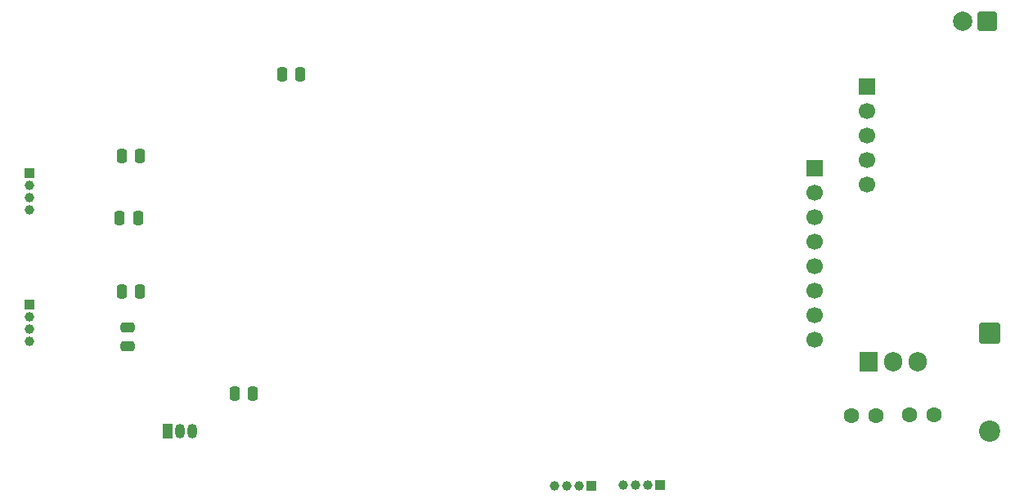
<source format=gbr>
%TF.GenerationSoftware,KiCad,Pcbnew,9.0.7*%
%TF.CreationDate,2026-02-19T21:01:26-05:00*%
%TF.ProjectId,DAC8822,44414338-3832-4322-9e6b-696361645f70,rev?*%
%TF.SameCoordinates,Original*%
%TF.FileFunction,Soldermask,Bot*%
%TF.FilePolarity,Negative*%
%FSLAX46Y46*%
G04 Gerber Fmt 4.6, Leading zero omitted, Abs format (unit mm)*
G04 Created by KiCad (PCBNEW 9.0.7) date 2026-02-19 21:01:26*
%MOMM*%
%LPD*%
G01*
G04 APERTURE LIST*
G04 Aperture macros list*
%AMRoundRect*
0 Rectangle with rounded corners*
0 $1 Rounding radius*
0 $2 $3 $4 $5 $6 $7 $8 $9 X,Y pos of 4 corners*
0 Add a 4 corners polygon primitive as box body*
4,1,4,$2,$3,$4,$5,$6,$7,$8,$9,$2,$3,0*
0 Add four circle primitives for the rounded corners*
1,1,$1+$1,$2,$3*
1,1,$1+$1,$4,$5*
1,1,$1+$1,$6,$7*
1,1,$1+$1,$8,$9*
0 Add four rect primitives between the rounded corners*
20,1,$1+$1,$2,$3,$4,$5,0*
20,1,$1+$1,$4,$5,$6,$7,0*
20,1,$1+$1,$6,$7,$8,$9,0*
20,1,$1+$1,$8,$9,$2,$3,0*%
G04 Aperture macros list end*
%ADD10R,1.000000X1.000000*%
%ADD11C,1.000000*%
%ADD12R,1.050000X1.500000*%
%ADD13O,1.050000X1.500000*%
%ADD14RoundRect,0.249999X-0.850001X0.850001X-0.850001X-0.850001X0.850001X-0.850001X0.850001X0.850001X0*%
%ADD15C,2.200000*%
%ADD16R,1.905000X2.000000*%
%ADD17O,1.905000X2.000000*%
%ADD18R,1.700000X1.700000*%
%ADD19C,1.700000*%
%ADD20C,1.600000*%
%ADD21RoundRect,0.250000X0.750000X0.750000X-0.750000X0.750000X-0.750000X-0.750000X0.750000X-0.750000X0*%
%ADD22C,2.000000*%
%ADD23RoundRect,0.250000X0.250000X0.475000X-0.250000X0.475000X-0.250000X-0.475000X0.250000X-0.475000X0*%
%ADD24RoundRect,0.250000X-0.250000X-0.475000X0.250000X-0.475000X0.250000X0.475000X-0.250000X0.475000X0*%
%ADD25RoundRect,0.250000X-0.475000X0.250000X-0.475000X-0.250000X0.475000X-0.250000X0.475000X0.250000X0*%
G04 APERTURE END LIST*
D10*
%TO.C,J5*%
X144000000Y-124400000D03*
D11*
X142730000Y-124400000D03*
X141460000Y-124400000D03*
X140190000Y-124400000D03*
%TD*%
D12*
%TO.C,U10*%
X100160000Y-118680000D03*
D13*
X101430000Y-118680000D03*
X102700000Y-118680000D03*
%TD*%
D14*
%TO.C,D1*%
X185200000Y-108500000D03*
D15*
X185200000Y-118660000D03*
%TD*%
D16*
%TO.C,U8*%
X172660000Y-111500000D03*
D17*
X175200000Y-111500000D03*
X177740000Y-111500000D03*
%TD*%
D18*
%TO.C,U9*%
X172500000Y-83000000D03*
D19*
X172500000Y-85540000D03*
X172500000Y-88080000D03*
X172500000Y-90620000D03*
X172500000Y-93160000D03*
%TD*%
D20*
%TO.C,C6*%
X170950000Y-117050000D03*
X173450000Y-117050000D03*
%TD*%
D21*
%TO.C,J4*%
X185000000Y-76200000D03*
D22*
X182460000Y-76200000D03*
%TD*%
D10*
%TO.C,J3*%
X85800000Y-105600000D03*
D11*
X85800000Y-106870000D03*
X85800000Y-108140000D03*
X85800000Y-109410000D03*
%TD*%
D10*
%TO.C,J6*%
X151100000Y-124300000D03*
D11*
X149830000Y-124300000D03*
X148560000Y-124300000D03*
X147290000Y-124300000D03*
%TD*%
D20*
%TO.C,C5*%
X176950000Y-117000000D03*
X179450000Y-117000000D03*
%TD*%
D10*
%TO.C,J2*%
X85800000Y-91900000D03*
D11*
X85800000Y-93170000D03*
X85800000Y-94440000D03*
X85800000Y-95710000D03*
%TD*%
D23*
%TO.C,C11*%
X97250000Y-104200000D03*
X95350000Y-104200000D03*
%TD*%
%TO.C,C10*%
X97050000Y-96600000D03*
X95150000Y-96600000D03*
%TD*%
D24*
%TO.C,C7*%
X107050000Y-114800000D03*
X108950000Y-114800000D03*
%TD*%
%TO.C,C8*%
X111950000Y-81700000D03*
X113850000Y-81700000D03*
%TD*%
D23*
%TO.C,C9*%
X97250000Y-90200000D03*
X95350000Y-90200000D03*
%TD*%
D25*
%TO.C,C12*%
X96000000Y-107950000D03*
X96000000Y-109850000D03*
%TD*%
D18*
%TO.C,J1*%
X167100000Y-91420000D03*
D19*
X167100000Y-93960000D03*
X167100000Y-96500000D03*
X167100000Y-99040000D03*
X167100000Y-101580000D03*
X167100000Y-104120000D03*
X167100000Y-106660000D03*
X167100000Y-109200000D03*
%TD*%
M02*

</source>
